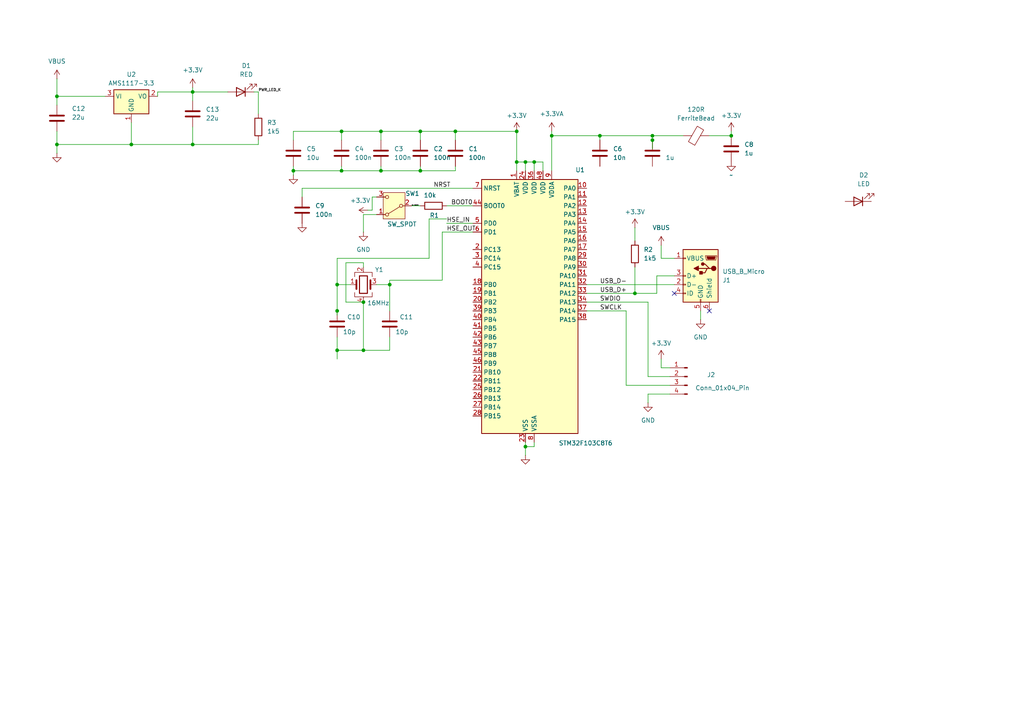
<source format=kicad_sch>
(kicad_sch (version 20231120) (generator "eeschema") (generator_version "8.0")
  (paper "A4")
  (lib_symbols
    (symbol "Connector:Conn_01x04_Pin" (pin_names (offset 1.016) hide)
      (property "Reference" "J" (at 0 5.08 0))
      (property "Value" "Conn_01x04_Pin" (at 0 -7.62 0))
      (symbol "Conn_01x04_Pin_1_1"
        (polyline (pts (xy 1.27 -5.08) (xy 0.8636 -5.08)) (stroke (width 0.1524)))
        (polyline (pts (xy 1.27 -2.54) (xy 0.8636 -2.54)) (stroke (width 0.1524)))
        (polyline (pts (xy 1.27 0) (xy 0.8636 0)) (stroke (width 0.1524)))
        (polyline (pts (xy 1.27 2.54) (xy 0.8636 2.54)) (stroke (width 0.1524)))
        (rectangle (start 0.8636 -4.953) (end 0 -5.207) (stroke (width 0.1524)) (fill (type outline)))
        (rectangle (start 0.8636 -2.413) (end 0 -2.667) (stroke (width 0.1524)) (fill (type outline)))
        (rectangle (start 0.8636 0.127) (end 0 -0.127) (stroke (width 0.1524)) (fill (type outline)))
        (rectangle (start 0.8636 2.667) (end 0 2.413) (stroke (width 0.1524)) (fill (type outline)))
        (pin passive line (at 5.08 2.54 180) (length 3.81) (name "Pin_1") (number "1"))
        (pin passive line (at 5.08 0 180) (length 3.81) (name "Pin_2") (number "2"))
        (pin passive line (at 5.08 -2.54 180) (length 3.81) (name "Pin_3") (number "3"))
        (pin passive line (at 5.08 -5.08 180) (length 3.81) (name "Pin_4") (number "4"))
      )
    )
    (symbol "Connector:USB_B_Micro" (pin_names (offset 1.016))
      (property "Reference" "J" (at -5.08 11.43 0))
      (property "Value" "USB_B_Micro" (at -5.08 8.89 0))
      (symbol "USB_B_Micro_0_1"
        (rectangle (start -5.08 -7.62) (end 5.08 7.62) (stroke (width 0.254)) (fill (type background)))
        (circle (center -3.81 2.159) (radius 0.635) (stroke (width 0.254)) (fill (type outline)))
        (circle (center -0.635 3.429) (radius 0.381) (stroke (width 0.254)) (fill (type outline)))
        (rectangle (start -0.127 -7.62) (end 0.127 -6.858))
        (polyline (pts (xy -1.905 2.159) (xy 0.635 2.159)) (stroke (width 0.254)))
        (polyline (pts (xy -3.175 2.159) (xy -2.54 2.159) (xy -1.27 3.429) (xy -0.635 3.429)) (stroke (width 0.254)))
        (polyline (pts (xy -2.54 2.159) (xy -1.905 2.159) (xy -1.27 0.889) (xy 0 0.889)) (stroke (width 0.254)))
        (polyline (pts (xy 0.635 2.794) (xy 0.635 1.524) (xy 1.905 2.159) (xy 0.635 2.794)) (stroke (width 0.254)) (fill (type outline)))
        (polyline (pts (xy -4.318 5.588) (xy -1.778 5.588) (xy -2.032 4.826) (xy -4.064 4.826) (xy -4.318 5.588)) (fill (type outline)))
        (polyline (pts (xy -4.699 5.842) (xy -4.699 5.588) (xy -4.445 4.826) (xy -4.445 4.572) (xy -1.651 4.572) (xy -1.651 4.826) (xy -1.397 5.588) (xy -1.397 5.842) (xy -4.699 5.842)))
        (rectangle (start 0.254 1.27) (end -0.508 0.508) (stroke (width 0.254)) (fill (type outline)))
        (rectangle (start 5.08 -5.207) (end 4.318 -4.953))
        (rectangle (start 5.08 -2.667) (end 4.318 -2.413))
        (rectangle (start 5.08 -0.127) (end 4.318 0.127))
        (rectangle (start 5.08 4.953) (end 4.318 5.207))
      )
      (symbol "USB_B_Micro_1_1"
        (pin power_out line (at 7.62 5.08 180) (length 2.54) (name "VBUS") (number "1"))
        (pin bidirectional line (at 7.62 -2.54 180) (length 2.54) (name "D-") (number "2"))
        (pin bidirectional line (at 7.62 0 180) (length 2.54) (name "D+") (number "3"))
        (pin passive line (at 7.62 -5.08 180) (length 2.54) (name "ID") (number "4"))
        (pin power_out line (at 0 -10.16 90) (length 2.54) (name "GND") (number "5"))
        (pin passive line (at -2.54 -10.16 90) (length 2.54) (name "Shield") (number "6"))
      )
    )
    (symbol "Device:C" (pin_numbers hide) (pin_names (offset 0.254))
      (property "Reference" "C" (at 0.635 2.54 0))
      (property "Value" "C" (at 0.635 -2.54 0))
      (symbol "C_0_1"
        (polyline (pts (xy -2.032 -0.762) (xy 2.032 -0.762)) (stroke (width 0.508)))
        (polyline (pts (xy -2.032 0.762) (xy 2.032 0.762)) (stroke (width 0.508)))
      )
      (symbol "C_1_1"
        (pin passive line (at 0 3.81 270) (length 2.794) (name "~") (number "1"))
        (pin passive line (at 0 -3.81 90) (length 2.794) (name "~") (number "2"))
      )
    )
    (symbol "Device:Crystal_GND24" (pin_names (offset 1.016) hide)
      (property "Reference" "Y" (at 3.175 5.08 0))
      (property "Value" "Crystal_GND24" (at 3.175 3.175 0))
      (symbol "Crystal_GND24_0_1"
        (rectangle (start -1.143 2.54) (end 1.143 -2.54) (stroke (width 0.3048)))
        (polyline (pts (xy -2.54 0) (xy -2.032 0)))
        (polyline (pts (xy -2.032 -1.27) (xy -2.032 1.27)) (stroke (width 0.508)))
        (polyline (pts (xy 0 -3.81) (xy 0 -3.556)))
        (polyline (pts (xy 0 3.556) (xy 0 3.81)))
        (polyline (pts (xy 2.032 -1.27) (xy 2.032 1.27)) (stroke (width 0.508)))
        (polyline (pts (xy 2.032 0) (xy 2.54 0)))
        (polyline (pts (xy -2.54 -2.286) (xy -2.54 -3.556) (xy 2.54 -3.556) (xy 2.54 -2.286)))
        (polyline (pts (xy -2.54 2.286) (xy -2.54 3.556) (xy 2.54 3.556) (xy 2.54 2.286)))
      )
      (symbol "Crystal_GND24_1_1"
        (pin passive line (at -3.81 0 0) (length 1.27) (name "1") (number "1"))
        (pin passive line (at 0 5.08 270) (length 1.27) (name "2") (number "2"))
        (pin passive line (at 3.81 0 180) (length 1.27) (name "3") (number "3"))
        (pin passive line (at 0 -5.08 90) (length 1.27) (name "4") (number "4"))
      )
    )
    (symbol "Device:FerriteBead" (pin_numbers hide) (pin_names (offset 0))
      (property "Reference" "FB" (at -3.81 0.635 90))
      (property "Value" "FerriteBead" (at 3.81 0 90))
      (symbol "FerriteBead_0_1"
        (polyline (pts (xy 0 -1.27) (xy 0 -1.2192)))
        (polyline (pts (xy 0 1.27) (xy 0 1.2954)))
        (polyline (pts (xy -2.7686 0.4064) (xy -1.7018 2.2606) (xy 2.7686 -0.3048) (xy 1.6764 -2.159) (xy -2.7686 0.4064)))
      )
      (symbol "FerriteBead_1_1"
        (pin passive line (at 0 3.81 270) (length 2.54) (name "~") (number "1"))
        (pin passive line (at 0 -3.81 90) (length 2.54) (name "~") (number "2"))
      )
    )
    (symbol "Device:LED" (pin_numbers hide) (pin_names (offset 1.016) hide)
      (property "Reference" "D" (at 0 2.54 0))
      (property "Value" "LED" (at 0 -2.54 0))
      (symbol "LED_0_1"
        (polyline (pts (xy -1.27 -1.27) (xy -1.27 1.27)) (stroke (width 0.254)))
        (polyline (pts (xy -1.27 0) (xy 1.27 0)))
        (polyline (pts (xy 1.27 -1.27) (xy 1.27 1.27) (xy -1.27 0) (xy 1.27 -1.27)) (stroke (width 0.254)))
        (polyline (pts (xy -3.048 -0.762) (xy -4.572 -2.286) (xy -3.81 -2.286) (xy -4.572 -2.286) (xy -4.572 -1.524)))
        (polyline (pts (xy -1.778 -0.762) (xy -3.302 -2.286) (xy -2.54 -2.286) (xy -3.302 -2.286) (xy -3.302 -1.524)))
      )
      (symbol "LED_1_1"
        (pin passive line (at -3.81 0 0) (length 2.54) (name "K") (number "1"))
        (pin passive line (at 3.81 0 180) (length 2.54) (name "A") (number "2"))
      )
    )
    (symbol "Device:R" (pin_numbers hide) (pin_names (offset 0))
      (property "Reference" "R" (at 2.032 0 90))
      (property "Value" "R" (at 0 0 90))
      (symbol "R_0_1"
        (rectangle (start -1.016 -2.54) (end 1.016 2.54) (stroke (width 0.254)))
      )
      (symbol "R_1_1"
        (pin passive line (at 0 3.81 270) (length 1.27) (name "~") (number "1"))
        (pin passive line (at 0 -3.81 90) (length 1.27) (name "~") (number "2"))
      )
    )
    (symbol "MCU_ST_STM32F1:STM32F103C8Tx"
      (property "Reference" "U" (at -12.7 39.37 0))
      (property "Value" "STM32F103C8Tx" (at 10.16 39.37 0))
      (symbol "STM32F103C8Tx_0_1"
        (rectangle (start -12.7 -35.56) (end 15.24 38.1) (stroke (width 0.254)) (fill (type background)))
      )
      (symbol "STM32F103C8Tx_1_1"
        (pin power_in line (at -2.54 40.64 270) (length 2.54) (name "VBAT") (number "1"))
        (pin bidirectional line (at 17.78 35.56 180) (length 2.54) (name "PA0") (number "10"))
        (pin bidirectional line (at 17.78 33.02 180) (length 2.54) (name "PA1") (number "11"))
        (pin bidirectional line (at 17.78 30.48 180) (length 2.54) (name "PA2") (number "12"))
        (pin bidirectional line (at 17.78 27.94 180) (length 2.54) (name "PA3") (number "13"))
        (pin bidirectional line (at 17.78 25.4 180) (length 2.54) (name "PA4") (number "14"))
        (pin bidirectional line (at 17.78 22.86 180) (length 2.54) (name "PA5") (number "15"))
        (pin bidirectional line (at 17.78 20.32 180) (length 2.54) (name "PA6") (number "16"))
        (pin bidirectional line (at 17.78 17.78 180) (length 2.54) (name "PA7") (number "17"))
        (pin bidirectional line (at -15.24 7.62 0) (length 2.54) (name "PB0") (number "18"))
        (pin bidirectional line (at -15.24 5.08 0) (length 2.54) (name "PB1") (number "19"))
        (pin bidirectional line (at -15.24 17.78 0) (length 2.54) (name "PC13") (number "2"))
        (pin bidirectional line (at -15.24 2.54 0) (length 2.54) (name "PB2") (number "20"))
        (pin bidirectional line (at -15.24 -17.78 0) (length 2.54) (name "PB10") (number "21"))
        (pin bidirectional line (at -15.24 -20.32 0) (length 2.54) (name "PB11") (number "22"))
        (pin power_in line (at 0 -38.1 90) (length 2.54) (name "VSS") (number "23"))
        (pin power_in line (at 0 40.64 270) (length 2.54) (name "VDD") (number "24"))
        (pin bidirectional line (at -15.24 -22.86 0) (length 2.54) (name "PB12") (number "25"))
        (pin bidirectional line (at -15.24 -25.4 0) (length 2.54) (name "PB13") (number "26"))
        (pin bidirectional line (at -15.24 -27.94 0) (length 2.54) (name "PB14") (number "27"))
        (pin bidirectional line (at -15.24 -30.48 0) (length 2.54) (name "PB15") (number "28"))
        (pin bidirectional line (at 17.78 15.24 180) (length 2.54) (name "PA8") (number "29"))
        (pin bidirectional line (at -15.24 15.24 0) (length 2.54) (name "PC14") (number "3"))
        (pin bidirectional line (at 17.78 12.7 180) (length 2.54) (name "PA9") (number "30"))
        (pin bidirectional line (at 17.78 10.16 180) (length 2.54) (name "PA10") (number "31"))
        (pin bidirectional line (at 17.78 7.62 180) (length 2.54) (name "PA11") (number "32"))
        (pin bidirectional line (at 17.78 5.08 180) (length 2.54) (name "PA12") (number "33"))
        (pin bidirectional line (at 17.78 2.54 180) (length 2.54) (name "PA13") (number "34"))
        (pin passive line (at 0 -38.1 90) (length 2.54) hide (name "VSS") (number "35"))
        (pin power_in line (at 2.54 40.64 270) (length 2.54) (name "VDD") (number "36"))
        (pin bidirectional line (at 17.78 0 180) (length 2.54) (name "PA14") (number "37"))
        (pin bidirectional line (at 17.78 -2.54 180) (length 2.54) (name "PA15") (number "38"))
        (pin bidirectional line (at -15.24 0 0) (length 2.54) (name "PB3") (number "39"))
        (pin bidirectional line (at -15.24 12.7 0) (length 2.54) (name "PC15") (number "4"))
        (pin bidirectional line (at -15.24 -2.54 0) (length 2.54) (name "PB4") (number "40"))
        (pin bidirectional line (at -15.24 -5.08 0) (length 2.54) (name "PB5") (number "41"))
        (pin bidirectional line (at -15.24 -7.62 0) (length 2.54) (name "PB6") (number "42"))
        (pin bidirectional line (at -15.24 -10.16 0) (length 2.54) (name "PB7") (number "43"))
        (pin input line (at -15.24 30.48 0) (length 2.54) (name "BOOT0") (number "44"))
        (pin bidirectional line (at -15.24 -12.7 0) (length 2.54) (name "PB8") (number "45"))
        (pin bidirectional line (at -15.24 -15.24 0) (length 2.54) (name "PB9") (number "46"))
        (pin passive line (at 0 -38.1 90) (length 2.54) hide (name "VSS") (number "47"))
        (pin power_in line (at 5.08 40.64 270) (length 2.54) (name "VDD") (number "48"))
        (pin bidirectional line (at -15.24 25.4 0) (length 2.54) (name "PD0") (number "5"))
        (pin bidirectional line (at -15.24 22.86 0) (length 2.54) (name "PD1") (number "6"))
        (pin input line (at -15.24 35.56 0) (length 2.54) (name "NRST") (number "7"))
        (pin power_in line (at 2.54 -38.1 90) (length 2.54) (name "VSSA") (number "8"))
        (pin power_in line (at 7.62 40.64 270) (length 2.54) (name "VDDA") (number "9"))
      )
    )
    (symbol "Regulator_Linear:AMS1117-3.3"
      (property "Reference" "U" (at -3.81 3.175 0))
      (property "Value" "AMS1117-3.3" (at 0 3.175 0))
      (symbol "AMS1117-3.3_0_1"
        (rectangle (start -5.08 -5.08) (end 5.08 1.905) (stroke (width 0.254)) (fill (type background)))
      )
      (symbol "AMS1117-3.3_1_1"
        (pin power_in line (at 0 -7.62 90) (length 2.54) (name "GND") (number "1"))
        (pin power_out line (at 7.62 0 180) (length 2.54) (name "VO") (number "2"))
        (pin power_in line (at -7.62 0 0) (length 2.54) (name "VI") (number "3"))
      )
    )
    (symbol "Switch:SW_SPDT" (pin_names (offset 0) hide)
      (property "Reference" "SW" (at 0 5.08 0))
      (property "Value" "SW_SPDT" (at 0 -5.08 0))
      (symbol "SW_SPDT_0_1"
        (circle (center -2.032 0) (radius 0.4572))
        (polyline (pts (xy -1.651 0.254) (xy 1.651 2.286)))
        (circle (center 2.032 -2.54) (radius 0.4572))
        (circle (center 2.032 2.54) (radius 0.4572))
      )
      (symbol "SW_SPDT_1_1"
        (rectangle (start -3.175 3.81) (end 3.175 -3.81) (fill (type background)))
        (pin passive line (at 5.08 2.54 180) (length 2.54) (name "A") (number "1"))
        (pin passive line (at -5.08 0 0) (length 2.54) (name "B") (number "2"))
        (pin passive line (at 5.08 -2.54 180) (length 2.54) (name "C") (number "3"))
      )
    )
    (symbol "power:+3.3V" (power) (pin_numbers hide) (pin_names (offset 0) hide)
      (property "Value" "+3.3V" (at 0 3.556 0))
      (symbol "+3.3V_0_1"
        (polyline (pts (xy -0.762 1.27) (xy 0 2.54)))
        (polyline (pts (xy 0 0) (xy 0 2.54)))
        (polyline (pts (xy 0 2.54) (xy 0.762 1.27)))
      )
      (symbol "+3.3V_1_1"
        (pin power_in line (at 0 0 90) (length 0) (name "~") (number "1"))
      )
    )
    (symbol "power:+3.3VA" (power) (pin_numbers hide) (pin_names (offset 0) hide)
      (property "Value" "+3.3VA" (at 0 3.556 0))
      (symbol "+3.3VA_0_1"
        (polyline (pts (xy -0.762 1.27) (xy 0 2.54)))
        (polyline (pts (xy 0 0) (xy 0 2.54)))
        (polyline (pts (xy 0 2.54) (xy 0.762 1.27)))
      )
      (symbol "+3.3VA_1_1"
        (pin power_in line (at 0 0 90) (length 0) (name "~") (number "1"))
      )
    )
    (symbol "power:GND" (power) (pin_numbers hide) (pin_names (offset 0) hide)
      (property "Value" "GND" (at 0 -3.81 0))
      (symbol "GND_0_1"
        (polyline (pts (xy 0 0) (xy 0 -1.27) (xy 1.27 -1.27) (xy 0 -2.54) (xy -1.27 -1.27) (xy 0 -1.27)))
      )
      (symbol "GND_1_1"
        (pin power_in line (at 0 0 270) (length 0) (name "~") (number "1"))
      )
    )
    (symbol "power:VBUS" (power) (pin_numbers hide) (pin_names (offset 0) hide)
      (property "Value" "VBUS" (at 0 3.556 0))
      (symbol "VBUS_0_1"
        (polyline (pts (xy -0.762 1.27) (xy 0 2.54)))
        (polyline (pts (xy 0 0) (xy 0 2.54)))
        (polyline (pts (xy 0 2.54) (xy 0.762 1.27)))
      )
      (symbol "VBUS_1_1"
        (pin power_in line (at 0 0 90) (length 0) (name "~") (number "1"))
      )
    )
  )
  (junction (at 184.15 85.09))
  (junction (at 110.49 49.53))
  (junction (at 152.4 129.54))
  (junction (at 55.88 26.67))
  (junction (at 85.09 49.53))
  (junction (at 99.06 49.53))
  (junction (at 113.03 82.55))
  (junction (at 149.86 38.1))
  (junction (at 110.49 38.1))
  (junction (at 212.09 39.37))
  (junction (at 99.06 38.1))
  (junction (at 16.51 41.91))
  (junction (at 121.92 49.53))
  (junction (at 55.88 41.91))
  (junction (at 152.4 46.99))
  (junction (at 189.23 39.37))
  (junction (at 121.92 38.1))
  (junction (at 97.79 101.6))
  (junction (at 154.94 46.99))
  (junction (at 16.51 27.94))
  (junction (at 149.86 46.99))
  (junction (at 105.41 101.6))
  (junction (at 97.79 90.17))
  (junction (at 105.41 87.63))
  (junction (at 132.08 38.1))
  (junction (at 173.99 39.37))
  (junction (at 38.1 41.91))
  (junction (at 97.79 82.55))
  (junction (at 189.23 40.64))
  (junction (at 160.02 39.37))
  (no_connect (at 195.58 85.09))
  (no_connect (at 205.74 90.17))
  (wire (pts (xy 189.23 39.37) (xy 189.23 40.64)))
  (wire (pts (xy 160.02 39.37) (xy 173.99 39.37)))
  (wire (pts (xy 152.4 129.54) (xy 152.4 132.08)))
  (wire (pts (xy 149.86 46.99) (xy 149.86 49.53)))
  (wire (pts (xy 160.02 38.1) (xy 160.02 39.37)))
  (wire (pts (xy 16.51 27.94) (xy 30.48 27.94)))
  (wire (pts (xy 184.15 77.47) (xy 184.15 85.09)))
  (wire (pts (xy 173.99 39.37) (xy 189.23 39.37)))
  (wire (pts (xy 121.92 49.53) (xy 132.08 49.53)))
  (wire (pts (xy 189.23 39.37) (xy 198.12 39.37)))
  (wire (pts (xy 203.2 90.17) (xy 203.2 92.71)))
  (wire (pts (xy 74.93 40.64) (xy 74.93 41.91)))
  (wire (pts (xy 129.54 64.77) (xy 137.16 64.77)))
  (wire (pts (xy 121.92 38.1) (xy 121.92 40.64)))
  (wire (pts (xy 97.79 82.55) (xy 97.79 90.17)))
  (wire (pts (xy 132.08 48.26) (xy 132.08 49.53)))
  (wire (pts (xy 152.4 128.27) (xy 152.4 129.54)))
  (wire (pts (xy 184.15 66.04) (xy 184.15 69.85)))
  (wire (pts (xy 191.77 74.93) (xy 195.58 74.93)))
  (wire (pts (xy 85.09 49.53) (xy 85.09 50.8)))
  (wire (pts (xy 129.54 63.5) (xy 124.46 63.5)))
  (wire (pts (xy 110.49 38.1) (xy 121.92 38.1)))
  (wire (pts (xy 45.72 26.67) (xy 45.72 27.94)))
  (wire (pts (xy 187.96 114.3) (xy 187.96 116.84)))
  (wire (pts (xy 99.06 38.1) (xy 110.49 38.1)))
  (wire (pts (xy 205.74 39.37) (xy 212.09 39.37)))
  (wire (pts (xy 109.22 82.55) (xy 113.03 82.55)))
  (wire (pts (xy 190.5 85.09) (xy 190.5 80.01)))
  (wire (pts (xy 55.88 26.67) (xy 66.04 26.67)))
  (wire (pts (xy 194.31 114.3) (xy 187.96 114.3)))
  (wire (pts (xy 129.54 59.69) (xy 137.16 59.69)))
  (wire (pts (xy 128.27 67.31) (xy 137.16 67.31)))
  (wire (pts (xy 187.96 87.63) (xy 187.96 109.22)))
  (wire (pts (xy 107.95 57.15) (xy 107.95 60.96)))
  (wire (pts (xy 105.41 62.23) (xy 105.41 67.31)))
  (wire (pts (xy 154.94 129.54) (xy 152.4 129.54)))
  (wire (pts (xy 38.1 35.56) (xy 38.1 41.91)))
  (wire (pts (xy 87.63 57.15) (xy 87.63 54.61)))
  (wire (pts (xy 110.49 48.26) (xy 110.49 49.53)))
  (wire (pts (xy 121.92 38.1) (xy 132.08 38.1)))
  (wire (pts (xy 16.51 41.91) (xy 38.1 41.91)))
  (wire (pts (xy 97.79 90.17) (xy 97.79 91.44)))
  (wire (pts (xy 132.08 38.1) (xy 149.86 38.1)))
  (wire (pts (xy 154.94 128.27) (xy 154.94 129.54)))
  (wire (pts (xy 16.51 30.48) (xy 16.51 27.94)))
  (wire (pts (xy 100.33 76.2) (xy 100.33 87.63)))
  (wire (pts (xy 87.63 54.61) (xy 137.16 54.61)))
  (wire (pts (xy 105.41 76.2) (xy 105.41 77.47)))
  (wire (pts (xy 154.94 46.99) (xy 152.4 46.99)))
  (wire (pts (xy 191.77 104.14) (xy 191.77 106.68)))
  (wire (pts (xy 124.46 63.5) (xy 124.46 74.93)))
  (wire (pts (xy 152.4 46.99) (xy 152.4 49.53)))
  (wire (pts (xy 187.96 109.22) (xy 194.31 109.22)))
  (wire (pts (xy 121.92 48.26) (xy 121.92 49.53)))
  (wire (pts (xy 191.77 71.12) (xy 191.77 74.93)))
  (wire (pts (xy 173.99 40.64) (xy 173.99 39.37)))
  (wire (pts (xy 128.27 81.28) (xy 128.27 67.31)))
  (wire (pts (xy 170.18 90.17) (xy 181.61 90.17)))
  (wire (pts (xy 160.02 39.37) (xy 160.02 49.53)))
  (wire (pts (xy 45.72 26.67) (xy 55.88 26.67)))
  (wire (pts (xy 113.03 81.28) (xy 113.03 82.55)))
  (wire (pts (xy 154.94 46.99) (xy 154.94 49.53)))
  (wire (pts (xy 99.06 38.1) (xy 99.06 40.64)))
  (wire (pts (xy 74.93 41.91) (xy 55.88 41.91)))
  (wire (pts (xy 99.06 49.53) (xy 110.49 49.53)))
  (wire (pts (xy 107.95 57.15) (xy 109.22 57.15)))
  (wire (pts (xy 152.4 46.99) (xy 149.86 46.99)))
  (wire (pts (xy 105.41 101.6) (xy 97.79 101.6)))
  (wire (pts (xy 16.51 38.1) (xy 16.51 41.91)))
  (wire (pts (xy 85.09 48.26) (xy 85.09 49.53)))
  (wire (pts (xy 189.23 40.64) (xy 189.23 43.18)))
  (wire (pts (xy 132.08 40.64) (xy 132.08 38.1)))
  (wire (pts (xy 190.5 80.01) (xy 195.58 80.01)))
  (wire (pts (xy 73.66 26.67) (xy 74.93 26.67)))
  (wire (pts (xy 99.06 48.26) (xy 99.06 49.53)))
  (wire (pts (xy 97.79 82.55) (xy 101.6 82.55)))
  (wire (pts (xy 85.09 49.53) (xy 99.06 49.53)))
  (wire (pts (xy 113.03 101.6) (xy 113.03 97.79)))
  (wire (pts (xy 105.41 76.2) (xy 100.33 76.2)))
  (wire (pts (xy 16.51 22.86) (xy 16.51 27.94)))
  (wire (pts (xy 194.31 111.76) (xy 181.61 111.76)))
  (wire (pts (xy 100.33 87.63) (xy 105.41 87.63)))
  (wire (pts (xy 109.22 62.23) (xy 105.41 62.23)))
  (wire (pts (xy 157.48 46.99) (xy 154.94 46.99)))
  (wire (pts (xy 74.93 26.67) (xy 74.93 33.02)))
  (wire (pts (xy 105.41 101.6) (xy 113.03 101.6)))
  (wire (pts (xy 181.61 111.76) (xy 181.61 90.17)))
  (wire (pts (xy 85.09 40.64) (xy 85.09 38.1)))
  (wire (pts (xy 170.18 82.55) (xy 195.58 82.55)))
  (wire (pts (xy 97.79 74.93) (xy 97.79 82.55)))
  (wire (pts (xy 124.46 74.93) (xy 97.79 74.93)))
  (wire (pts (xy 113.03 81.28) (xy 128.27 81.28)))
  (wire (pts (xy 157.48 49.53) (xy 157.48 46.99)))
  (wire (pts (xy 55.88 26.67) (xy 55.88 25.4)))
  (wire (pts (xy 170.18 85.09) (xy 184.15 85.09)))
  (wire (pts (xy 55.88 29.21) (xy 55.88 26.67)))
  (wire (pts (xy 38.1 41.91) (xy 55.88 41.91)))
  (wire (pts (xy 110.49 38.1) (xy 110.49 40.64)))
  (wire (pts (xy 194.31 106.68) (xy 191.77 106.68)))
  (wire (pts (xy 107.95 60.96) (xy 106.68 60.96)))
  (wire (pts (xy 55.88 36.83) (xy 55.88 41.91)))
  (wire (pts (xy 110.49 49.53) (xy 121.92 49.53)))
  (wire (pts (xy 113.03 82.55) (xy 113.03 90.17)))
  (wire (pts (xy 16.51 41.91) (xy 16.51 44.45)))
  (wire (pts (xy 119.38 59.69) (xy 121.92 59.69)))
  (wire (pts (xy 85.09 38.1) (xy 99.06 38.1)))
  (wire (pts (xy 97.79 97.79) (xy 97.79 101.6)))
  (wire (pts (xy 97.79 101.6) (xy 97.79 104.14)))
  (wire (pts (xy 149.86 38.1) (xy 149.86 46.99)))
  (wire (pts (xy 212.09 38.1) (xy 212.09 39.37)))
  (wire (pts (xy 170.18 87.63) (xy 187.96 87.63)))
  (wire (pts (xy 184.15 85.09) (xy 190.5 85.09)))
  (wire (pts (xy 105.41 87.63) (xy 105.41 101.6)))
  (label "SWDIO" (at 173.99 87.63 0))
  (label "PWR_LED_K" (at 74.93 26.67 0) (effects (font (size 0.762 0.762))))
  (label "NRST" (at 125.73 54.61 0))
  (label "HSE_OUT" (at 129.54 67.31 0))
  (label "USB_D-" (at 173.99 82.55 0))
  (label "USB_D+" (at 173.99 85.09 0))
  (label "SW_BOOT0" (at 119.38 59.69 0) (effects (font (size 0.254 0.254))))
  (label "BOOT0" (at 130.81 59.69 0))
  (label "SWCLK" (at 173.99 90.17 0))
  (label "HSE_IN" (at 129.54 64.77 0))
  (symbol (lib_id "Device:C") (at 87.63 60.96 0) (unit 1)
    (property "Reference" "C9" (at 91.44 59.6899 0) (effects (justify left)))
    (property "Value" "100n" (at 91.44 62.2299 0) (effects (justify left)))
    (property "Description" "Unpolarized capacitor" (effects (hide yes)))
  )
  (symbol (lib_id "Connector:USB_B_Micro") (at 203.2 80.01 0) (mirror y) (unit 1)
    (property "Reference" "J1" (at 209.55 81.2801 0) (effects (justify right)))
    (property "Value" "USB_B_Micro" (at 209.55 78.7401 0) (effects (justify right)))
    (property "Description" "USB Micro Type B connector" (effects (hide yes)))
  )
  (symbol (lib_id "power:GND") (at 187.96 116.84 0) (unit 1)
    (property "Reference" "#PWR014" (effects (hide yes)))
    (property "Value" "GND" (at 187.96 121.92 0))
    (property "Description" "Power symbol creates a global label with name \"GND\" , ground" (effects (hide yes)))
  )
  (symbol (lib_id "power:GND") (at 203.2 92.71 0) (unit 1)
    (property "Reference" "#PWR010" (effects (hide yes)))
    (property "Value" "GND" (at 203.2 97.79 0))
    (property "Description" "Power symbol creates a global label with name \"GND\" , ground" (effects (hide yes)))
  )
  (symbol (lib_id "power:GND") (at 212.09 46.99 0) (unit 1)
    (property "Reference" "#PWR06" (effects (hide yes)))
    (property "Value" "~" (at 212.09 50.8 0))
    (property "Description" "Power symbol creates a global label with name \"GND\" , ground" (effects (hide yes)))
  )
  (symbol (lib_id "Device:LED") (at 248.92 58.42 180) (unit 1)
    (property "Reference" "D2" (at 250.5075 50.8 0))
    (property "Value" "LED" (at 250.5075 53.34 0))
    (property "Description" "Light emitting diode" (effects (hide yes)))
  )
  (symbol (lib_id "power:GND") (at 16.51 44.45 0) (unit 1)
    (property "Reference" "#PWR015" (effects (hide yes)))
    (property "Value" "GND" (effects (hide yes)))
    (property "Description" "Power symbol creates a global label with name \"GND\" , ground" (effects (hide yes)))
  )
  (symbol (lib_id "power:+3.3VA") (at 160.02 38.1 0) (unit 1)
    (property "Reference" "#PWR04" (effects (hide yes)))
    (property "Value" "+3.3VA" (at 160.02 33.02 0))
    (property "Description" "Power symbol creates a global label with name \"+3.3VA\"" (effects (hide yes)))
  )
  (symbol (lib_id "Connector:Conn_01x04_Pin") (at 199.39 109.22 0) (mirror y) (unit 1)
    (property "Reference" "J2" (at 206.248 108.712 0))
    (property "Value" "Conn_01x04_Pin" (at 209.55 112.522 0))
    (property "Description" "Generic connector, single row, 01x04, script generated" (effects (hide yes)))
  )
  (symbol (lib_id "Device:FerriteBead") (at 201.93 39.37 90) (unit 1)
    (property "Reference" "120R" (at 201.8792 31.75 90))
    (property "Value" "FerriteBead" (at 201.8792 34.29 90))
    (property "Description" "Ferrite bead" (effects (hide yes)))
  )
  (symbol (lib_id "power:+3.3V") (at 191.77 104.14 0) (unit 1)
    (property "Reference" "#PWR013" (effects (hide yes)))
    (property "Value" "+3.3V" (at 191.77 99.568 0))
    (property "Description" "Power symbol creates a global label with name \"+3.3V\"" (effects (hide yes)))
  )
  (symbol (lib_id "Device:C") (at 189.23 44.45 0) (unit 1)
    (property "Reference" "C7" (effects (hide yes)))
    (property "Value" "1u" (at 193.04 45.7199 0) (effects (justify left)))
    (property "Description" "Unpolarized capacitor" (effects (hide yes)))
  )
  (symbol (lib_id "Device:C") (at 132.08 44.45 0) (unit 1)
    (property "Reference" "C1" (at 135.89 43.1799 0) (effects (justify left)))
    (property "Value" "100n" (at 135.89 45.7199 0) (effects (justify left)))
    (property "Description" "Unpolarized capacitor" (effects (hide yes)))
  )
  (symbol (lib_id "Device:C") (at 212.09 43.18 0) (unit 1)
    (property "Reference" "C8" (at 215.9 41.9099 0) (effects (justify left)))
    (property "Value" "1u" (at 215.9 44.4499 0) (effects (justify left)))
    (property "Description" "Unpolarized capacitor" (effects (hide yes)))
  )
  (symbol (lib_id "Device:C") (at 97.79 93.98 180) (unit 1)
    (property "Reference" "C10" (at 102.616 91.948 0))
    (property "Value" "10p" (at 101.346 96.266 0))
    (property "Description" "Unpolarized capacitor" (effects (hide yes)))
  )
  (symbol (lib_id "power:+3.3V") (at 149.86 38.1 0) (unit 1)
    (property "Reference" "#PWR02" (effects (hide yes)))
    (property "Value" "+3.3V" (at 149.86 33.528 0))
    (property "Description" "Power symbol creates a global label with name \"+3.3V\"" (effects (hide yes)))
  )
  (symbol (lib_id "Device:C") (at 55.88 33.02 0) (unit 1)
    (property "Reference" "C13" (at 59.69 31.7499 0) (effects (justify left)))
    (property "Value" "22u" (at 59.69 34.2899 0) (effects (justify left)))
    (property "Description" "Unpolarized capacitor" (effects (hide yes)))
  )
  (symbol (lib_id "MCU_ST_STM32F1:STM32F103C8Tx") (at 152.4 90.17 0) (unit 1)
    (property "Reference" "U1" (at 166.878 49.276 0) (effects (justify left)))
    (property "Value" "STM32F103C8T6" (at 162.052 128.524 0) (effects (justify left)))
    (property "Footprint" "Package_QFP:LQFP-48_7x7mm_P0.5mm" (effects (hide yes)))
    (property "Datasheet" "https://www.st.com/resource/en/datasheet/stm32f103c8.pdf" (effects (hide yes)))
    (property "Description" "STMicroelectronics Arm Cortex-M3 MCU, 64KB flash, 20KB RAM, 72 MHz, 2.0-3.6V, 37 GPIO, LQFP48" (effects (hide yes)))
  )
  (symbol (lib_id "Device:C") (at 85.09 44.45 0) (unit 1)
    (property "Reference" "C5" (at 88.9 43.1799 0) (effects (justify left)))
    (property "Value" "10u" (at 88.9 45.7199 0) (effects (justify left)))
    (property "Description" "Unpolarized capacitor" (effects (hide yes)))
  )
  (symbol (lib_id "Device:R") (at 74.93 36.83 180) (unit 1)
    (property "Reference" "R3" (at 77.47 35.5599 0) (effects (justify right)))
    (property "Value" "1k5" (at 77.47 38.0999 0) (effects (justify right)))
    (property "Description" "Resistor" (effects (hide yes)))
  )
  (symbol (lib_id "power:GND") (at 152.4 132.08 0) (unit 1)
    (property "Reference" "#PWR01" (effects (hide yes)))
    (property "Value" "GND" (effects (hide yes)))
    (property "Description" "Power symbol creates a global label with name \"GND\" , ground" (effects (hide yes)))
  )
  (symbol (lib_id "Device:R") (at 125.73 59.69 90) (unit 1)
    (property "Reference" "R1" (at 125.984 62.484 90))
    (property "Value" "10k" (at 124.714 56.642 90))
    (property "Description" "Resistor" (effects (hide yes)))
  )
  (symbol (lib_id "power:GND") (at 87.63 64.77 0) (unit 1)
    (property "Reference" "#PWR09" (effects (hide yes)))
    (property "Value" "GND" (effects (hide yes)))
    (property "Description" "Power symbol creates a global label with name \"GND\" , ground" (effects (hide yes)))
  )
  (symbol (lib_id "Device:R") (at 184.15 73.66 180) (unit 1)
    (property "Reference" "R2" (at 186.69 72.3899 0) (effects (justify right)))
    (property "Value" "1k5" (at 186.69 74.9299 0) (effects (justify right)))
    (property "Description" "Resistor" (effects (hide yes)))
  )
  (symbol (lib_id "Device:LED") (at 69.85 26.67 180) (unit 1)
    (property "Reference" "D1" (at 71.4375 19.05 0))
    (property "Value" "RED" (at 71.4375 21.59 0))
    (property "Description" "Light emitting diode" (effects (hide yes)))
  )
  (symbol (lib_id "Device:C") (at 99.06 44.45 0) (unit 1)
    (property "Reference" "C4" (at 102.87 43.1799 0) (effects (justify left)))
    (property "Value" "100n" (at 102.87 45.7199 0) (effects (justify left)))
    (property "Description" "Unpolarized capacitor" (effects (hide yes)))
  )
  (symbol (lib_id "Device:C") (at 110.49 44.45 0) (unit 1)
    (property "Reference" "C3" (at 114.3 43.1799 0) (effects (justify left)))
    (property "Value" "100n" (at 114.3 45.7199 0) (effects (justify left)))
    (property "Description" "Unpolarized capacitor" (effects (hide yes)))
  )
  (symbol (lib_id "power:GND") (at 85.09 50.8 0) (unit 1)
    (property "Reference" "#PWR03" (effects (hide yes)))
    (property "Value" "GND" (effects (hide yes)))
    (property "Description" "Power symbol creates a global label with name \"GND\" , ground" (effects (hide yes)))
  )
  (symbol (lib_id "Device:C") (at 113.03 93.98 180) (unit 1)
    (property "Reference" "C11" (at 117.856 91.948 0))
    (property "Value" "10p" (at 116.586 96.266 0))
    (property "Description" "Unpolarized capacitor" (effects (hide yes)))
  )
  (symbol (lib_id "Device:C") (at 16.51 34.29 0) (unit 1)
    (property "Reference" "C12" (at 20.828 31.496 0) (effects (justify left)))
    (property "Value" "22u" (at 20.828 34.036 0) (effects (justify left)))
    (property "Description" "Unpolarized capacitor" (effects (hide yes)))
  )
  (symbol (lib_id "power:+3.3V") (at 55.88 25.4 0) (unit 1)
    (property "Reference" "#PWR016" (effects (hide yes)))
    (property "Value" "+3.3V" (at 55.88 20.32 0))
    (property "Description" "Power symbol creates a global label with name \"+3.3V\"" (effects (hide yes)))
  )
  (symbol (lib_id "power:VBUS") (at 191.77 71.12 0) (unit 1)
    (property "Reference" "#PWR011" (effects (hide yes)))
    (property "Value" "VBUS" (at 191.77 66.04 0))
    (property "Description" "Power symbol creates a global label with name \"VBUS\"" (effects (hide yes)))
  )
  (symbol (lib_id "power:+3.3V") (at 106.68 60.96 90) (unit 1)
    (property "Reference" "#PWR08" (effects (hide yes)))
    (property "Value" "+3.3V" (at 107.442 58.166 90) (effects (justify left)))
    (property "Description" "Power symbol creates a global label with name \"+3.3V\"" (effects (hide yes)))
  )
  (symbol (lib_id "Device:C") (at 121.92 44.45 0) (unit 1)
    (property "Reference" "C2" (at 125.73 43.1799 0) (effects (justify left)))
    (property "Value" "100n" (at 125.73 45.7199 0) (effects (justify left)))
    (property "Description" "Unpolarized capacitor" (effects (hide yes)))
  )
  (symbol (lib_id "Device:C") (at 173.99 44.45 0) (unit 1)
    (property "Reference" "C6" (at 177.8 43.1799 0) (effects (justify left)))
    (property "Value" "10n" (at 177.8 45.7199 0) (effects (justify left)))
    (property "Description" "Unpolarized capacitor" (effects (hide yes)))
  )
  (symbol (lib_id "power:GND") (at 105.41 67.31 0) (unit 1)
    (property "Reference" "#PWR07" (effects (hide yes)))
    (property "Value" "GND" (at 105.41 72.39 0))
    (property "Description" "Power symbol creates a global label with name \"GND\" , ground" (effects (hide yes)))
  )
  (symbol (lib_id "Regulator_Linear:AMS1117-3.3") (at 38.1 27.94 0) (unit 1)
    (property "Reference" "U2" (at 38.1 21.59 0))
    (property "Value" "AMS1117-3.3" (at 38.1 24.13 0))
    (property "Footprint" "Package_TO_SOT_SMD:SOT-223-3_TabPin2" (effects (hide yes)))
    (property "Datasheet" "http://www.advanced-monolithic.com/pdf/ds1117.pdf" (effects (hide yes)))
    (property "Description" "1A Low Dropout regulator, positive, 3.3V fixed output, SOT-223" (effects (hide yes)))
  )
  (symbol (lib_id "power:+3.3V") (at 212.09 38.1 0) (unit 1)
    (property "Reference" "#PWR05" (effects (hide yes)))
    (property "Value" "+3.3V" (at 212.09 33.528 0))
    (property "Description" "Power symbol creates a global label with name \"+3.3V\"" (effects (hide yes)))
  )
  (symbol (lib_id "Device:Crystal_GND24") (at 105.41 82.55 0) (unit 1)
    (property "Reference" "Y1" (at 109.982 78.232 0))
    (property "Value" "16MHz" (at 109.728 87.884 0))
    (property "Description" "Four pin crystal, GND on pins 2 and 4" (effects (hide yes)))
  )
  (symbol (lib_id "power:+3.3V") (at 184.15 66.04 0) (unit 1)
    (property "Reference" "#PWR012" (effects (hide yes)))
    (property "Value" "+3.3V" (at 184.15 61.468 0))
    (property "Description" "Power symbol creates a global label with name \"+3.3V\"" (effects (hide yes)))
  )
  (symbol (lib_id "power:VBUS") (at 16.51 22.86 0) (unit 1)
    (property "Reference" "#PWR017" (effects (hide yes)))
    (property "Value" "VBUS" (at 16.51 17.78 0))
    (property "Description" "Power symbol creates a global label with name \"VBUS\"" (effects (hide yes)))
  )
  (symbol (lib_id "Switch:SW_SPDT") (at 114.3 59.69 180) (unit 1)
    (property "Reference" "SW1" (at 119.634 56.134 0))
    (property "Value" "SW_SPDT" (at 116.586 65.024 0))
    (property "Description" "Switch, single pole double throw" (effects (hide yes)))
  )
)
</source>
